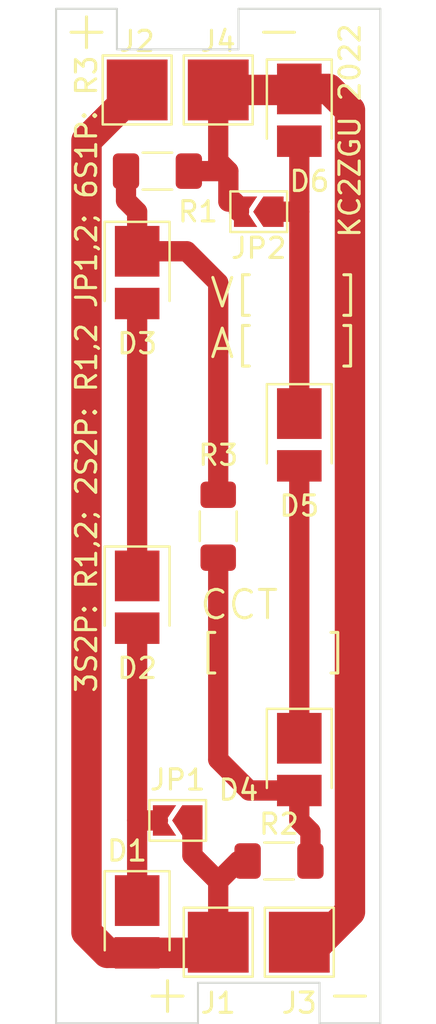
<source format=kicad_pcb>
(kicad_pcb (version 20211014) (generator pcbnew)
  (layers (0 "F.Cu" signal) (31 "B.Cu" signal) (34 "B.Paste" user) (35 "F.Paste" user) (36 "B.SilkS" user "B.Silkscreen") (37 "F.SilkS" user "F.Silkscreen") (38 "B.Mask" user) (39 "F.Mask" user) (44 "Edge.Cuts" user))
  (net 0 "")
  (net 1 "Net-(D1-Pad1)")
  (net 2 "VDC")
  (net 3 "Net-(D2-Pad1)")
  (net 4 "Net-(R1-Pad1)")
  (net 5 "Net-(D4-Pad1)")
  (net 6 "Net-(R2-Pad2)")
  (net 7 "Net-(D5-Pad1)")
  (net 8 "GND")
  (footprint "Jumper:SolderJumper-2_P1.3mm_Open_TrianglePad1.0x1.5mm" (layer "F.Cu") (at 80 80 180)
    (fp_text reference "JP2" (at 0 -1.8) (layer "F.SilkS"))
    (fp_text value "SolderJumper_2_Open")
    (fp_line (start -1.4 -1) (end 1.4 -1) (layer "F.SilkS") (width 0.12))
    (fp_line (start 1.4 -1) (end 1.4 1) (layer "F.SilkS") (width 0.12))
    (fp_line (start 1.4 1) (end -1.4 1) (layer "F.SilkS") (width 0.12))
    (fp_line (start -1.4 1) (end -1.4 -1) (layer "F.SilkS") (width 0.12))
    (pad "1" smd custom (at -0.725 0 180) (size 0.3 0.3) (layers "F.Cu" "F.Mask") (net 7 "Net-(D5-Pad1)") (options (clearance outline) (anchor rect)) (primitives (gr_poly (pts (xy 1 0) (xy 0.5 0.75) (xy -0.5 0.75) (xy -0.5 -0.75) (xy 0.5 -0.75)) (width 0) (fill yes))))
    (pad "2" smd custom (at 0.725 0 180) (size 0.3 0.3) (layers "F.Cu" "F.Mask") (net 8 "GND") (options (clearance outline) (anchor rect)) (primitives (gr_poly (pts (xy 0.5 0.75) (xy -0.65 0.75) (xy -0.15 0) (xy -0.65 -0.75) (xy 0.5 -0.75)) (width 0) (fill yes))))
  )
  (footprint "LED_SMD:LED_PLCC_2835_Handsoldering" (layer "F.Cu") (at 82 107 -90)
    (fp_text reference "D4" (at 1.5 3 180) (layer "F.SilkS"))
    (fp_text value "LED")
    (fp_line (start -2.5 -1.6) (end -2.5 1.6) (layer "F.SilkS") (width 0.12))
    (fp_line (start 1.4 1.6) (end -2.5 1.6) (layer "F.SilkS") (width 0.12))
    (fp_line (start 1.4 -1.6) (end -2.5 -1.6) (layer "F.SilkS") (width 0.12))
    (pad "1" smd rect (at -1.05 0 270) (size 2.5 2.2) (layers "F.Cu" "F.Paste" "F.Mask") (net 5 "Net-(D4-Pad1)"))
    (pad "2" smd rect (at 1.525 0 270) (size 1.55 2.2) (layers "F.Cu" "F.Paste" "F.Mask") (net 6 "Net-(R2-Pad2)"))
  )
  (footprint "TestPoint:TestPoint_Pad_3.0x3.0mm" (layer "F.Cu") (at 78 74)
    (fp_text reference "J4" (at 0 -2.398) (layer "F.SilkS"))
    (fp_text value "Conn_01x01_Male")
    (fp_line (start 1.7 1.7) (end -1.7 1.7) (layer "F.SilkS") (width 0.12))
    (fp_line (start 1.7 -1.7) (end 1.7 1.7) (layer "F.SilkS") (width 0.12))
    (fp_line (start -1.7 -1.7) (end 1.7 -1.7) (layer "F.SilkS") (width 0.12))
    (fp_line (start -1.7 1.7) (end -1.7 -1.7) (layer "F.SilkS") (width 0.12))
    (pad "1" smd rect (at 0 0) (size 3 3) (layers "F.Cu" "F.Mask") (net 8 "GND"))
  )
  (footprint "LED_SMD:LED_PLCC_2835_Handsoldering" (layer "F.Cu") (at 74 99 -90)
    (fp_text reference "D2" (at 3.5 0 180) (layer "F.SilkS"))
    (fp_text value "LED")
    (fp_line (start 1.4 -1.6) (end -2.5 -1.6) (layer "F.SilkS") (width 0.12))
    (fp_line (start 1.4 1.6) (end -2.5 1.6) (layer "F.SilkS") (width 0.12))
    (fp_line (start -2.5 -1.6) (end -2.5 1.6) (layer "F.SilkS") (width 0.12))
    (pad "1" smd rect (at -1.05 0 270) (size 2.5 2.2) (layers "F.Cu" "F.Paste" "F.Mask") (net 3 "Net-(D2-Pad1)"))
    (pad "2" smd rect (at 1.525 0 270) (size 1.55 2.2) (layers "F.Cu" "F.Paste" "F.Mask") (net 1 "Net-(D1-Pad1)"))
  )
  (footprint "Jumper:SolderJumper-2_P1.3mm_Open_TrianglePad1.0x1.5mm" (layer "F.Cu") (at 76 110 180)
    (fp_text reference "JP1" (at 0 2) (layer "F.SilkS"))
    (fp_text value "SolderJumper_2_Open")
    (fp_line (start 1.4 1) (end -1.4 1) (layer "F.SilkS") (width 0.12))
    (fp_line (start 1.4 -1) (end 1.4 1) (layer "F.SilkS") (width 0.12))
    (fp_line (start -1.4 -1) (end 1.4 -1) (layer "F.SilkS") (width 0.12))
    (fp_line (start -1.4 1) (end -1.4 -1) (layer "F.SilkS") (width 0.12))
    (pad "1" smd custom (at -0.725 0 180) (size 0.3 0.3) (layers "F.Cu" "F.Mask") (net 2 "VDC") (options (clearance outline) (anchor rect)) (primitives (gr_poly (pts (xy 1 0) (xy 0.5 0.75) (xy -0.5 0.75) (xy -0.5 -0.75) (xy 0.5 -0.75)) (width 0) (fill yes))))
    (pad "2" smd custom (at 0.725 0 180) (size 0.3 0.3) (layers "F.Cu" "F.Mask") (net 1 "Net-(D1-Pad1)") (options (clearance outline) (anchor rect)) (primitives (gr_poly (pts (xy 0.5 0.75) (xy -0.65 0.75) (xy -0.15 0) (xy -0.65 -0.75) (xy 0.5 -0.75)) (width 0) (fill yes))))
  )
  (footprint "LED_SMD:LED_PLCC_2835_Handsoldering" (layer "F.Cu") (at 74 115 -90)
    (fp_text reference "D1" (at -3.5 0.5 180) (layer "F.SilkS"))
    (fp_text value "LED")
    (fp_line (start -2.5 -1.6) (end -2.5 1.6) (layer "F.SilkS") (width 0.12))
    (fp_line (start 1.4 1.6) (end -2.5 1.6) (layer "F.SilkS") (width 0.12))
    (fp_line (start 1.4 -1.6) (end -2.5 -1.6) (layer "F.SilkS") (width 0.12))
    (pad "1" smd rect (at -1.05 0 270) (size 2.5 2.2) (layers "F.Cu" "F.Paste" "F.Mask") (net 1 "Net-(D1-Pad1)"))
    (pad "2" smd rect (at 1.525 0 270) (size 1.55 2.2) (layers "F.Cu" "F.Paste" "F.Mask") (net 2 "VDC"))
  )
  (footprint "Resistor_SMD:R_1206_3216Metric_Pad1.30x1.75mm_HandSolder" (layer "F.Cu") (at 81 112)
    (fp_text reference "R2" (at 0 -1.82) (layer "F.SilkS"))
    (fp_text value "R_US")
    (fp_line (start -0.727064 0.91) (end 0.727064 0.91) (layer "F.SilkS") (width 0.12))
    (fp_line (start -0.727064 -0.91) (end 0.727064 -0.91) (layer "F.SilkS") (width 0.12))
    (pad "1" smd roundrect (at -1.55 0) (size 1.3 1.75) (layers "F.Cu" "F.Paste" "F.Mask") (roundrect_rratio 0.192308) (net 2 "VDC"))
    (pad "2" smd roundrect (at 1.55 0) (size 1.3 1.75) (layers "F.Cu" "F.Paste" "F.Mask") (roundrect_rratio 0.192308) (net 6 "Net-(R2-Pad2)"))
  )
  (footprint "Resistor_SMD:R_1206_3216Metric_Pad1.30x1.75mm_HandSolder" (layer "F.Cu") (at 75 78)
    (fp_text reference "R1" (at 2 2) (layer "F.SilkS"))
    (fp_text value "R_US")
    (fp_line (start -0.727064 0.91) (end 0.727064 0.91) (layer "F.SilkS") (width 0.12))
    (fp_line (start -0.727064 -0.91) (end 0.727064 -0.91) (layer "F.SilkS") (width 0.12))
    (pad "1" smd roundrect (at -1.55 0) (size 1.3 1.75) (layers "F.Cu" "F.Paste" "F.Mask") (roundrect_rratio 0.192308) (net 4 "Net-(R1-Pad1)"))
    (pad "2" smd roundrect (at 1.55 0) (size 1.3 1.75) (layers "F.Cu" "F.Paste" "F.Mask") (roundrect_rratio 0.192308) (net 8 "GND"))
  )
  (footprint "LED_SMD:LED_PLCC_2835_Handsoldering" (layer "F.Cu") (at 82 75 -90)
    (fp_text reference "D6" (at 3.5 -0.5 180) (layer "F.SilkS"))
    (fp_text value "LED")
    (fp_line (start -2.5 -1.6) (end -2.5 1.6) (layer "F.SilkS") (width 0.12))
    (fp_line (start 1.4 -1.6) (end -2.5 -1.6) (layer "F.SilkS") (width 0.12))
    (fp_line (start 1.4 1.6) (end -2.5 1.6) (layer "F.SilkS") (width 0.12))
    (pad "1" smd rect (at -1.05 0 270) (size 2.5 2.2) (layers "F.Cu" "F.Paste" "F.Mask") (net 8 "GND"))
    (pad "2" smd rect (at 1.525 0 270) (size 1.55 2.2) (layers "F.Cu" "F.Paste" "F.Mask") (net 7 "Net-(D5-Pad1)"))
  )
  (footprint "LED_SMD:LED_PLCC_2835_Handsoldering" (layer "F.Cu") (at 82 91 -90)
    (fp_text reference "D5" (at 3.5 0 180) (layer "F.SilkS"))
    (fp_text value "LED")
    (fp_line (start 1.4 -1.6) (end -2.5 -1.6) (layer "F.SilkS") (width 0.12))
    (fp_line (start -2.5 -1.6) (end -2.5 1.6) (layer "F.SilkS") (width 0.12))
    (fp_line (start 1.4 1.6) (end -2.5 1.6) (layer "F.SilkS") (width 0.12))
    (pad "1" smd rect (at -1.05 0 270) (size 2.5 2.2) (layers "F.Cu" "F.Paste" "F.Mask") (net 7 "Net-(D5-Pad1)"))
    (pad "2" smd rect (at 1.525 0 270) (size 1.55 2.2) (layers "F.Cu" "F.Paste" "F.Mask") (net 5 "Net-(D4-Pad1)"))
  )
  (footprint "TestPoint:TestPoint_Pad_3.0x3.0mm" (layer "F.Cu") (at 78 116)
    (fp_text reference "J1" (at 0 3) (layer "F.SilkS"))
    (fp_text value "Conn_01x01_Male")
    (fp_line (start -1.7 1.7) (end -1.7 -1.7) (layer "F.SilkS") (width 0.12))
    (fp_line (start 1.7 -1.7) (end 1.7 1.7) (layer "F.SilkS") (width 0.12))
    (fp_line (start 1.7 1.7) (end -1.7 1.7) (layer "F.SilkS") (width 0.12))
    (fp_line (start -1.7 -1.7) (end 1.7 -1.7) (layer "F.SilkS") (width 0.12))
    (pad "1" smd rect (at 0 0) (size 3 3) (layers "F.Cu" "F.Mask") (net 2 "VDC"))
  )
  (footprint "TestPoint:TestPoint_Pad_3.0x3.0mm" (layer "F.Cu") (at 74 74)
    (fp_text reference "J2" (at 0 -2.398) (layer "F.SilkS"))
    (fp_text value "Conn_01x01_Male")
    (fp_line (start 1.7 -1.7) (end 1.7 1.7) (layer "F.SilkS") (width 0.12))
    (fp_line (start 1.7 1.7) (end -1.7 1.7) (layer "F.SilkS") (width 0.12))
    (fp_line (start -1.7 -1.7) (end 1.7 -1.7) (layer "F.SilkS") (width 0.12))
    (fp_line (start -1.7 1.7) (end -1.7 -1.7) (layer "F.SilkS") (width 0.12))
    (pad "1" smd rect (at 0 0) (size 3 3) (layers "F.Cu" "F.Mask") (net 2 "VDC"))
  )
  (footprint "TestPoint:TestPoint_Pad_3.0x3.0mm" (layer "F.Cu") (at 82 116)
    (fp_text reference "J3" (at 0 3) (layer "F.SilkS"))
    (fp_text value "Conn_01x01_Male")
    (fp_line (start 1.7 -1.7) (end 1.7 1.7) (layer "F.SilkS") (width 0.12))
    (fp_line (start -1.7 -1.7) (end 1.7 -1.7) (layer "F.SilkS") (width 0.12))
    (fp_line (start -1.7 1.7) (end -1.7 -1.7) (layer "F.SilkS") (width 0.12))
    (fp_line (start 1.7 1.7) (end -1.7 1.7) (layer "F.SilkS") (width 0.12))
    (pad "1" smd rect (at 0 0) (size 3 3) (layers "F.Cu" "F.Mask") (net 8 "GND"))
  )
  (footprint "LED_SMD:LED_PLCC_2835_Handsoldering" (layer "F.Cu") (at 74 83 -90)
    (fp_text reference "D3" (at 3.5 0 180) (layer "F.SilkS"))
    (fp_text value "LED")
    (fp_line (start 1.4 -1.6) (end -2.5 -1.6) (layer "F.SilkS") (width 0.12))
    (fp_line (start 1.4 1.6) (end -2.5 1.6) (layer "F.SilkS") (width 0.12))
    (fp_line (start -2.5 -1.6) (end -2.5 1.6) (layer "F.SilkS") (width 0.12))
    (pad "1" smd rect (at -1.05 0 270) (size 2.5 2.2) (layers "F.Cu" "F.Paste" "F.Mask") (net 4 "Net-(R1-Pad1)"))
    (pad "2" smd rect (at 1.525 0 270) (size 1.55 2.2) (layers "F.Cu" "F.Paste" "F.Mask") (net 3 "Net-(D2-Pad1)"))
  )
  (footprint "Resistor_SMD:R_1206_3216Metric_Pad1.30x1.75mm_HandSolder" (layer "F.Cu") (at 78 95.5 90)
    (fp_text reference "R3" (at 3.5 0 180) (layer "F.SilkS"))
    (fp_text value "R_US")
    (fp_line (start -0.727064 0.91) (end 0.727064 0.91) (layer "F.SilkS") (width 0.12))
    (fp_line (start -0.727064 -0.91) (end 0.727064 -0.91) (layer "F.SilkS") (width 0.12))
    (pad "1" smd roundrect (at -1.55 0 90) (size 1.3 1.75) (layers "F.Cu" "F.Paste" "F.Mask") (roundrect_rratio 0.192308) (net 6 "Net-(R2-Pad2)"))
    (pad "2" smd roundrect (at 1.55 0 90) (size 1.3 1.75) (layers "F.Cu" "F.Paste" "F.Mask") (roundrect_rratio 0.192308) (net 4 "Net-(R1-Pad1)"))
  )
  (gr_line (start 79 70) (end 86 70) (layer "Edge.Cuts") (width 0.1))
  (gr_line (start 83 120) (end 83 118) (layer "Edge.Cuts") (width 0.1))
  (gr_line (start 70 70) (end 73 70) (layer "Edge.Cuts") (width 0.1))
  (gr_line (start 77 120) (end 70 120) (layer "Edge.Cuts") (width 0.1))
  (gr_line (start 73 72) (end 79 72) (layer "Edge.Cuts") (width 0.1))
  (gr_line (start 86 120) (end 83 120) (layer "Edge.Cuts") (width 0.1))
  (gr_line (start 70 120) (end 70 70) (layer "Edge.Cuts") (width 0.1))
  (gr_line (start 86 70) (end 86 120) (layer "Edge.Cuts") (width 0.1))
  (gr_line (start 73 70) (end 73 72) (layer "Edge.Cuts") (width 0.1))
  (gr_line (start 77 118) (end 77 120) (layer "Edge.Cuts") (width 0.1))
  (gr_line (start 83 118) (end 77 118) (layer "Edge.Cuts") (width 0.1))
  (gr_line (start 79 72) (end 79 70) (layer "Edge.Cuts") (width 0.1))
  (gr_text "-" (at 84.5 118.5) (layer "F.SilkS") (effects (font (size 2 2))))
  (gr_text "+" (at 75.5 118.5) (layer "F.SilkS") (effects (font (size 2 2))))
  (gr_text "3S2P: R1,2; 2S2P: R1,2 JP1,2; 6S1P: R3" (at 71.5 88 90) (layer "F.SilkS") (effects (font (size 1 1))))
  (gr_text "V[    ]" (at 77.5 84) (layer "F.SilkS") (effects (font (size 1.4 1.4)) (justify left)))
  (gr_text "+" (at 71.5 71) (layer "F.SilkS") (effects (font (size 2 2))))
  (gr_text "CCT\n[     ]" (at 77 100.5) (layer "F.SilkS") (effects (font (size 1.4 1.4)) (justify left)))
  (gr_text "A[    ]" (at 77.5 86.5) (layer "F.SilkS") (effects (font (size 1.4 1.4)) (justify left)))
  (gr_text "-" (at 81 71) (layer "F.SilkS") (effects (font (size 2 2))))
  (gr_text "KC2ZGU 2022" (at 84.5 76 90) (layer "F.SilkS") (effects (font (size 1 1))))
  (segment (start 74 113.95) (end 74 110) (width 1) (layer "F.Cu") (net 1))
  (segment (start 74 110) (end 74 100.525) (width 1) (layer "F.Cu") (net 1))
  (segment (start 74 110) (end 75.025 110) (width 1) (layer "F.Cu") (net 1))
  (segment (start 76.725 111.725) (end 78 113) (width 1) (layer "F.Cu") (net 2))
  (segment (start 79 112) (end 79.45 112) (width 1) (layer "F.Cu") (net 2))
  (segment (start 71.5 76.5) (end 74 74) (width 1.5) (layer "F.Cu") (net 2))
  (segment (start 72.525 116.525) (end 71.5 115.5) (width 1.5) (layer "F.Cu") (net 2))
  (segment (start 71.5 115.5) (end 71.5 76.5) (width 1.5) (layer "F.Cu") (net 2))
  (segment (start 78 113) (end 79 112) (width 1) (layer "F.Cu") (net 2))
  (segment (start 78 116) (end 77.475 116.525) (width 1.5) (layer "F.Cu") (net 2))
  (segment (start 77.475 116.525) (end 74 116.525) (width 1.5) (layer "F.Cu") (net 2))
  (segment (start 78 113) (end 78 116) (width 1) (layer "F.Cu") (net 2))
  (segment (start 76.725 110) (end 76.725 111.725) (width 1) (layer "F.Cu") (net 2))
  (segment (start 74 116.525) (end 72.525 116.525) (width 1.5) (layer "F.Cu") (net 2))
  (segment (start 74 97.95) (end 74 84.525) (width 1) (layer "F.Cu") (net 3))
  (segment (start 76.45 81.95) (end 74 81.95) (width 1) (layer "F.Cu") (net 4))
  (segment (start 78 93.95) (end 78 83.5) (width 1) (layer "F.Cu") (net 4))
  (segment (start 78 83.5) (end 76.45 81.95) (width 1) (layer "F.Cu") (net 4))
  (segment (start 73.45 79.45) (end 73.45 78) (width 1) (layer "F.Cu") (net 4))
  (segment (start 74 80) (end 73.45 79.45) (width 1) (layer "F.Cu") (net 4))
  (segment (start 74 81.95) (end 74 80) (width 1) (layer "F.Cu") (net 4))
  (segment (start 82 92.525) (end 82 105.95) (width 1) (layer "F.Cu") (net 5))
  (segment (start 78 97.05) (end 78 107) (width 1) (layer "F.Cu") (net 6))
  (segment (start 79.525 108.525) (end 82 108.525) (width 1) (layer "F.Cu") (net 6))
  (segment (start 82 110) (end 82 108.525) (width 1) (layer "F.Cu") (net 6))
  (segment (start 78 107) (end 79.525 108.525) (width 1) (layer "F.Cu") (net 6))
  (segment (start 82.55 112) (end 82.55 110.55) (width 1) (layer "F.Cu") (net 6))
  (segment (start 82.55 110.55) (end 82 110) (width 1) (layer "F.Cu") (net 6))
  (segment (start 82 76.525) (end 82 80) (width 1) (layer "F.Cu") (net 7))
  (segment (start 82 80) (end 80.725 80) (width 1) (layer "F.Cu") (net 7))
  (segment (start 82 80) (end 82 89.95) (width 1) (layer "F.Cu") (net 7))
  (segment (start 79.025 79.75) (end 79.025 80) (width 1) (layer "F.Cu") (net 8))
  (segment (start 76.55 78) (end 78.5 78) (width 1) (layer "F.Cu") (net 8))
  (segment (start 78.5 78) (end 78 77.5) (width 1) (layer "F.Cu") (net 8))
  (segment (start 78 74) (end 81.95 74) (width 1.5) (layer "F.Cu") (net 8))
  (segment (start 81.95 74) (end 82 73.95) (width 1.5) (layer "F.Cu") (net 8))
  (segment (start 78 77.5) (end 78 74) (width 1) (layer "F.Cu") (net 8))
  (segment (start 78.5 79.5) (end 78.775 79.5) (width 1) (layer "F.Cu") (net 8))
  (segment (start 84.5 75) (end 84.5 114.5) (width 1.5) (layer "F.Cu") (net 8))
  (segment (start 83.45 73.95) (end 84.5 75) (width 1.5) (layer "F.Cu") (net 8))
  (segment (start 82 73.95) (end 83.45 73.95) (width 1.5) (layer "F.Cu") (net 8))
  (segment (start 78.775 79.5) (end 79.025 79.75) (width 1) (layer "F.Cu") (net 8))
  (segment (start 83 116) (end 82 116) (width 1.5) (layer "F.Cu") (net 8))
  (segment (start 84.5 114.5) (end 83 116) (width 1.5) (layer "F.Cu") (net 8))
  (segment (start 78.5 78) (end 78.5 79.5) (width 1) (layer "F.Cu") (net 8))
)
</source>
